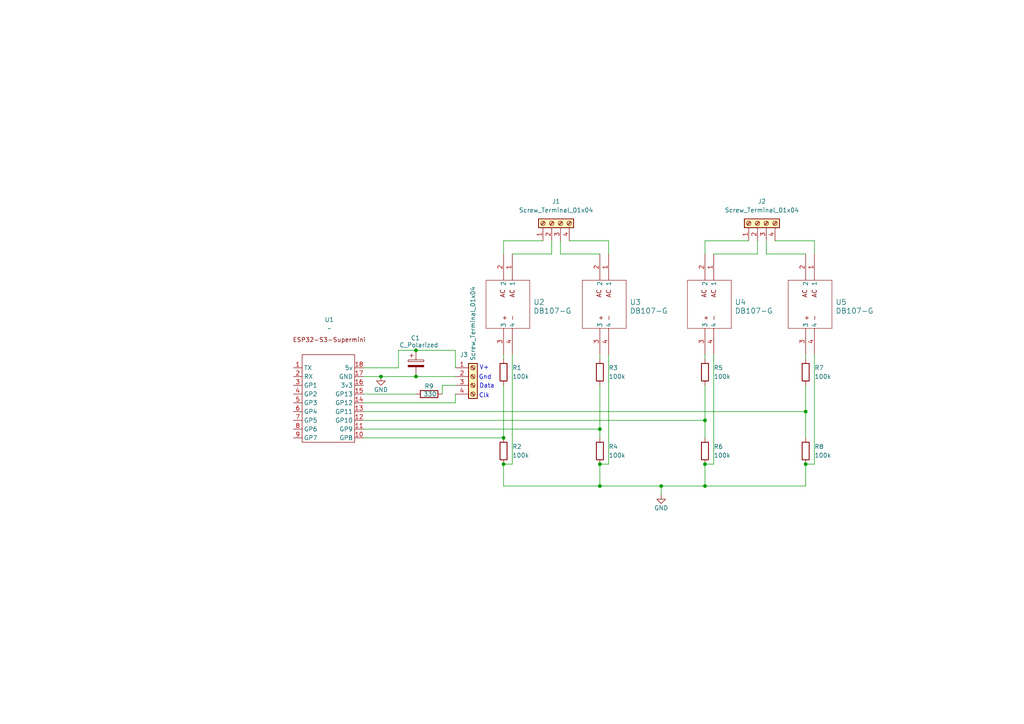
<source format=kicad_sch>
(kicad_sch
	(version 20250114)
	(generator "eeschema")
	(generator_version "9.0")
	(uuid "1eb81a6d-2695-4617-b5e3-651c9c7f0c73")
	(paper "A4")
	(lib_symbols
		(symbol "Connector:Screw_Terminal_01x04"
			(pin_names
				(offset 1.016)
				(hide yes)
			)
			(exclude_from_sim no)
			(in_bom yes)
			(on_board yes)
			(property "Reference" "J"
				(at 0 5.08 0)
				(effects
					(font
						(size 1.27 1.27)
					)
				)
			)
			(property "Value" "Screw_Terminal_01x04"
				(at 0 -7.62 0)
				(effects
					(font
						(size 1.27 1.27)
					)
				)
			)
			(property "Footprint" ""
				(at 0 0 0)
				(effects
					(font
						(size 1.27 1.27)
					)
					(hide yes)
				)
			)
			(property "Datasheet" "~"
				(at 0 0 0)
				(effects
					(font
						(size 1.27 1.27)
					)
					(hide yes)
				)
			)
			(property "Description" "Generic screw terminal, single row, 01x04, script generated (kicad-library-utils/schlib/autogen/connector/)"
				(at 0 0 0)
				(effects
					(font
						(size 1.27 1.27)
					)
					(hide yes)
				)
			)
			(property "ki_keywords" "screw terminal"
				(at 0 0 0)
				(effects
					(font
						(size 1.27 1.27)
					)
					(hide yes)
				)
			)
			(property "ki_fp_filters" "TerminalBlock*:*"
				(at 0 0 0)
				(effects
					(font
						(size 1.27 1.27)
					)
					(hide yes)
				)
			)
			(symbol "Screw_Terminal_01x04_1_1"
				(rectangle
					(start -1.27 3.81)
					(end 1.27 -6.35)
					(stroke
						(width 0.254)
						(type default)
					)
					(fill
						(type background)
					)
				)
				(polyline
					(pts
						(xy -0.5334 2.8702) (xy 0.3302 2.032)
					)
					(stroke
						(width 0.1524)
						(type default)
					)
					(fill
						(type none)
					)
				)
				(polyline
					(pts
						(xy -0.5334 0.3302) (xy 0.3302 -0.508)
					)
					(stroke
						(width 0.1524)
						(type default)
					)
					(fill
						(type none)
					)
				)
				(polyline
					(pts
						(xy -0.5334 -2.2098) (xy 0.3302 -3.048)
					)
					(stroke
						(width 0.1524)
						(type default)
					)
					(fill
						(type none)
					)
				)
				(polyline
					(pts
						(xy -0.5334 -4.7498) (xy 0.3302 -5.588)
					)
					(stroke
						(width 0.1524)
						(type default)
					)
					(fill
						(type none)
					)
				)
				(polyline
					(pts
						(xy -0.3556 3.048) (xy 0.508 2.2098)
					)
					(stroke
						(width 0.1524)
						(type default)
					)
					(fill
						(type none)
					)
				)
				(polyline
					(pts
						(xy -0.3556 0.508) (xy 0.508 -0.3302)
					)
					(stroke
						(width 0.1524)
						(type default)
					)
					(fill
						(type none)
					)
				)
				(polyline
					(pts
						(xy -0.3556 -2.032) (xy 0.508 -2.8702)
					)
					(stroke
						(width 0.1524)
						(type default)
					)
					(fill
						(type none)
					)
				)
				(polyline
					(pts
						(xy -0.3556 -4.572) (xy 0.508 -5.4102)
					)
					(stroke
						(width 0.1524)
						(type default)
					)
					(fill
						(type none)
					)
				)
				(circle
					(center 0 2.54)
					(radius 0.635)
					(stroke
						(width 0.1524)
						(type default)
					)
					(fill
						(type none)
					)
				)
				(circle
					(center 0 0)
					(radius 0.635)
					(stroke
						(width 0.1524)
						(type default)
					)
					(fill
						(type none)
					)
				)
				(circle
					(center 0 -2.54)
					(radius 0.635)
					(stroke
						(width 0.1524)
						(type default)
					)
					(fill
						(type none)
					)
				)
				(circle
					(center 0 -5.08)
					(radius 0.635)
					(stroke
						(width 0.1524)
						(type default)
					)
					(fill
						(type none)
					)
				)
				(pin passive line
					(at -5.08 2.54 0)
					(length 3.81)
					(name "Pin_1"
						(effects
							(font
								(size 1.27 1.27)
							)
						)
					)
					(number "1"
						(effects
							(font
								(size 1.27 1.27)
							)
						)
					)
				)
				(pin passive line
					(at -5.08 0 0)
					(length 3.81)
					(name "Pin_2"
						(effects
							(font
								(size 1.27 1.27)
							)
						)
					)
					(number "2"
						(effects
							(font
								(size 1.27 1.27)
							)
						)
					)
				)
				(pin passive line
					(at -5.08 -2.54 0)
					(length 3.81)
					(name "Pin_3"
						(effects
							(font
								(size 1.27 1.27)
							)
						)
					)
					(number "3"
						(effects
							(font
								(size 1.27 1.27)
							)
						)
					)
				)
				(pin passive line
					(at -5.08 -5.08 0)
					(length 3.81)
					(name "Pin_4"
						(effects
							(font
								(size 1.27 1.27)
							)
						)
					)
					(number "4"
						(effects
							(font
								(size 1.27 1.27)
							)
						)
					)
				)
			)
			(embedded_fonts no)
		)
		(symbol "DB107-G_CIP:DB107-G"
			(pin_names
				(offset 0.254)
			)
			(exclude_from_sim no)
			(in_bom yes)
			(on_board yes)
			(property "Reference" "U"
				(at 14.732 10.16 0)
				(effects
					(font
						(size 1.524 1.524)
					)
				)
			)
			(property "Value" "DB107-G"
				(at 14.732 7.366 0)
				(effects
					(font
						(size 1.524 1.524)
					)
				)
			)
			(property "Footprint" "DB107-G_CIP"
				(at 0 0 0)
				(effects
					(font
						(size 1.27 1.27)
						(italic yes)
					)
					(hide yes)
				)
			)
			(property "Datasheet" "DB107-G"
				(at 0 0 0)
				(effects
					(font
						(size 1.27 1.27)
						(italic yes)
					)
					(hide yes)
				)
			)
			(property "Description" ""
				(at 0 0 0)
				(effects
					(font
						(size 1.27 1.27)
					)
					(hide yes)
				)
			)
			(property "ki_locked" ""
				(at 0 0 0)
				(effects
					(font
						(size 1.27 1.27)
					)
				)
			)
			(property "ki_keywords" "DB107-G"
				(at 0 0 0)
				(effects
					(font
						(size 1.27 1.27)
					)
					(hide yes)
				)
			)
			(property "ki_fp_filters" "DB107-G_CIP"
				(at 0 0 0)
				(effects
					(font
						(size 1.27 1.27)
					)
					(hide yes)
				)
			)
			(symbol "DB107-G_0_1"
				(polyline
					(pts
						(xy 7.62 5.08) (xy 7.62 -7.62)
					)
					(stroke
						(width 0.127)
						(type default)
					)
					(fill
						(type none)
					)
				)
				(polyline
					(pts
						(xy 7.62 -7.62) (xy 21.59 -7.62)
					)
					(stroke
						(width 0.127)
						(type default)
					)
					(fill
						(type none)
					)
				)
				(polyline
					(pts
						(xy 21.59 5.08) (xy 7.62 5.08)
					)
					(stroke
						(width 0.127)
						(type default)
					)
					(fill
						(type none)
					)
				)
				(polyline
					(pts
						(xy 21.59 -7.62) (xy 21.59 5.08)
					)
					(stroke
						(width 0.127)
						(type default)
					)
					(fill
						(type none)
					)
				)
			)
			(symbol "DB107-G_1_1"
				(text "AC"
					(at 11.43 0 0)
					(effects
						(font
							(size 1.27 1.27)
						)
					)
				)
				(text "AC"
					(at 11.43 -2.794 0)
					(effects
						(font
							(size 1.27 1.27)
						)
					)
				)
				(text "-"
					(at 18.542 0 0)
					(effects
						(font
							(size 1.27 1.27)
						)
					)
				)
				(text "+"
					(at 18.542 -2.286 0)
					(effects
						(font
							(size 1.27 1.27)
						)
					)
				)
				(pin bidirectional line
					(at 0 0 0)
					(length 7.62)
					(name "1"
						(effects
							(font
								(size 1.27 1.27)
							)
						)
					)
					(number "1"
						(effects
							(font
								(size 1.27 1.27)
							)
						)
					)
				)
				(pin bidirectional line
					(at 0 -2.54 0)
					(length 7.62)
					(name "2"
						(effects
							(font
								(size 1.27 1.27)
							)
						)
					)
					(number "2"
						(effects
							(font
								(size 1.27 1.27)
							)
						)
					)
				)
				(pin bidirectional line
					(at 29.21 0 180)
					(length 7.62)
					(name "4"
						(effects
							(font
								(size 1.27 1.27)
							)
						)
					)
					(number "4"
						(effects
							(font
								(size 1.27 1.27)
							)
						)
					)
				)
				(pin bidirectional line
					(at 29.21 -2.54 180)
					(length 7.62)
					(name "3"
						(effects
							(font
								(size 1.27 1.27)
							)
						)
					)
					(number "3"
						(effects
							(font
								(size 1.27 1.27)
							)
						)
					)
				)
			)
			(embedded_fonts no)
		)
		(symbol "Device:C_Polarized"
			(pin_numbers
				(hide yes)
			)
			(pin_names
				(offset 0.254)
			)
			(exclude_from_sim no)
			(in_bom yes)
			(on_board yes)
			(property "Reference" "C"
				(at 0.635 2.54 0)
				(effects
					(font
						(size 1.27 1.27)
					)
					(justify left)
				)
			)
			(property "Value" "C_Polarized"
				(at 0.635 -2.54 0)
				(effects
					(font
						(size 1.27 1.27)
					)
					(justify left)
				)
			)
			(property "Footprint" ""
				(at 0.9652 -3.81 0)
				(effects
					(font
						(size 1.27 1.27)
					)
					(hide yes)
				)
			)
			(property "Datasheet" "~"
				(at 0 0 0)
				(effects
					(font
						(size 1.27 1.27)
					)
					(hide yes)
				)
			)
			(property "Description" "Polarized capacitor"
				(at 0 0 0)
				(effects
					(font
						(size 1.27 1.27)
					)
					(hide yes)
				)
			)
			(property "ki_keywords" "cap capacitor"
				(at 0 0 0)
				(effects
					(font
						(size 1.27 1.27)
					)
					(hide yes)
				)
			)
			(property "ki_fp_filters" "CP_*"
				(at 0 0 0)
				(effects
					(font
						(size 1.27 1.27)
					)
					(hide yes)
				)
			)
			(symbol "C_Polarized_0_1"
				(rectangle
					(start -2.286 0.508)
					(end 2.286 1.016)
					(stroke
						(width 0)
						(type default)
					)
					(fill
						(type none)
					)
				)
				(polyline
					(pts
						(xy -1.778 2.286) (xy -0.762 2.286)
					)
					(stroke
						(width 0)
						(type default)
					)
					(fill
						(type none)
					)
				)
				(polyline
					(pts
						(xy -1.27 2.794) (xy -1.27 1.778)
					)
					(stroke
						(width 0)
						(type default)
					)
					(fill
						(type none)
					)
				)
				(rectangle
					(start 2.286 -0.508)
					(end -2.286 -1.016)
					(stroke
						(width 0)
						(type default)
					)
					(fill
						(type outline)
					)
				)
			)
			(symbol "C_Polarized_1_1"
				(pin passive line
					(at 0 3.81 270)
					(length 2.794)
					(name "~"
						(effects
							(font
								(size 1.27 1.27)
							)
						)
					)
					(number "1"
						(effects
							(font
								(size 1.27 1.27)
							)
						)
					)
				)
				(pin passive line
					(at 0 -3.81 90)
					(length 2.794)
					(name "~"
						(effects
							(font
								(size 1.27 1.27)
							)
						)
					)
					(number "2"
						(effects
							(font
								(size 1.27 1.27)
							)
						)
					)
				)
			)
			(embedded_fonts no)
		)
		(symbol "Device:R"
			(pin_numbers
				(hide yes)
			)
			(pin_names
				(offset 0)
			)
			(exclude_from_sim no)
			(in_bom yes)
			(on_board yes)
			(property "Reference" "R"
				(at 2.032 0 90)
				(effects
					(font
						(size 1.27 1.27)
					)
				)
			)
			(property "Value" "R"
				(at 0 0 90)
				(effects
					(font
						(size 1.27 1.27)
					)
				)
			)
			(property "Footprint" ""
				(at -1.778 0 90)
				(effects
					(font
						(size 1.27 1.27)
					)
					(hide yes)
				)
			)
			(property "Datasheet" "~"
				(at 0 0 0)
				(effects
					(font
						(size 1.27 1.27)
					)
					(hide yes)
				)
			)
			(property "Description" "Resistor"
				(at 0 0 0)
				(effects
					(font
						(size 1.27 1.27)
					)
					(hide yes)
				)
			)
			(property "ki_keywords" "R res resistor"
				(at 0 0 0)
				(effects
					(font
						(size 1.27 1.27)
					)
					(hide yes)
				)
			)
			(property "ki_fp_filters" "R_*"
				(at 0 0 0)
				(effects
					(font
						(size 1.27 1.27)
					)
					(hide yes)
				)
			)
			(symbol "R_0_1"
				(rectangle
					(start -1.016 -2.54)
					(end 1.016 2.54)
					(stroke
						(width 0.254)
						(type default)
					)
					(fill
						(type none)
					)
				)
			)
			(symbol "R_1_1"
				(pin passive line
					(at 0 3.81 270)
					(length 1.27)
					(name "~"
						(effects
							(font
								(size 1.27 1.27)
							)
						)
					)
					(number "1"
						(effects
							(font
								(size 1.27 1.27)
							)
						)
					)
				)
				(pin passive line
					(at 0 -3.81 90)
					(length 1.27)
					(name "~"
						(effects
							(font
								(size 1.27 1.27)
							)
						)
					)
					(number "2"
						(effects
							(font
								(size 1.27 1.27)
							)
						)
					)
				)
			)
			(embedded_fonts no)
		)
		(symbol "esp32-s3-supermini:esp32-s3-supermini"
			(exclude_from_sim no)
			(in_bom yes)
			(on_board yes)
			(property "Reference" "U"
				(at -10.16 19.05 0)
				(effects
					(font
						(size 1.27 1.27)
					)
				)
			)
			(property "Value" ""
				(at 0 0 0)
				(effects
					(font
						(size 1.27 1.27)
					)
				)
			)
			(property "Footprint" ""
				(at 0 0 0)
				(effects
					(font
						(size 1.27 1.27)
					)
					(hide yes)
				)
			)
			(property "Datasheet" ""
				(at 0 0 0)
				(effects
					(font
						(size 1.27 1.27)
					)
					(hide yes)
				)
			)
			(property "Description" ""
				(at 0 0 0)
				(effects
					(font
						(size 1.27 1.27)
					)
					(hide yes)
				)
			)
			(symbol "esp32-s3-supermini_0_1"
				(rectangle
					(start -17.78 17.78)
					(end -2.54 -7.62)
					(stroke
						(width 0)
						(type default)
					)
					(fill
						(type none)
					)
				)
			)
			(symbol "esp32-s3-supermini_1_1"
				(text "ESP32-S3-Supermini"
					(at -9.906 22.098 0)
					(effects
						(font
							(size 1.27 1.27)
						)
					)
				)
				(pin bidirectional line
					(at -20.32 13.97 0)
					(length 2.54)
					(name "TX"
						(effects
							(font
								(size 1.27 1.27)
							)
						)
					)
					(number "1"
						(effects
							(font
								(size 1.27 1.27)
							)
						)
					)
				)
				(pin bidirectional line
					(at -20.32 11.43 0)
					(length 2.54)
					(name "RX"
						(effects
							(font
								(size 1.27 1.27)
							)
						)
					)
					(number "2"
						(effects
							(font
								(size 1.27 1.27)
							)
						)
					)
				)
				(pin bidirectional line
					(at -20.32 8.89 0)
					(length 2.54)
					(name "GP1"
						(effects
							(font
								(size 1.27 1.27)
							)
						)
					)
					(number "3"
						(effects
							(font
								(size 1.27 1.27)
							)
						)
					)
				)
				(pin bidirectional line
					(at -20.32 6.35 0)
					(length 2.54)
					(name "GP2"
						(effects
							(font
								(size 1.27 1.27)
							)
						)
					)
					(number "4"
						(effects
							(font
								(size 1.27 1.27)
							)
						)
					)
				)
				(pin bidirectional line
					(at -20.32 3.81 0)
					(length 2.54)
					(name "GP3"
						(effects
							(font
								(size 1.27 1.27)
							)
						)
					)
					(number "5"
						(effects
							(font
								(size 1.27 1.27)
							)
						)
					)
				)
				(pin bidirectional line
					(at -20.32 1.27 0)
					(length 2.54)
					(name "GP4"
						(effects
							(font
								(size 1.27 1.27)
							)
						)
					)
					(number "6"
						(effects
							(font
								(size 1.27 1.27)
							)
						)
					)
				)
				(pin bidirectional line
					(at -20.32 -1.27 0)
					(length 2.54)
					(name "GP5"
						(effects
							(font
								(size 1.27 1.27)
							)
						)
					)
					(number "7"
						(effects
							(font
								(size 1.27 1.27)
							)
						)
					)
				)
				(pin bidirectional line
					(at -20.32 -3.81 0)
					(length 2.54)
					(name "GP6"
						(effects
							(font
								(size 1.27 1.27)
							)
						)
					)
					(number "8"
						(effects
							(font
								(size 1.27 1.27)
							)
						)
					)
				)
				(pin bidirectional line
					(at -20.32 -6.35 0)
					(length 2.54)
					(name "GP7"
						(effects
							(font
								(size 1.27 1.27)
							)
						)
					)
					(number "9"
						(effects
							(font
								(size 1.27 1.27)
							)
						)
					)
				)
				(pin input line
					(at 0 13.97 180)
					(length 2.54)
					(name "5v"
						(effects
							(font
								(size 1.27 1.27)
							)
						)
					)
					(number "18"
						(effects
							(font
								(size 1.27 1.27)
							)
						)
					)
				)
				(pin input line
					(at 0 11.43 180)
					(length 2.54)
					(name "GND"
						(effects
							(font
								(size 1.27 1.27)
							)
						)
					)
					(number "17"
						(effects
							(font
								(size 1.27 1.27)
							)
						)
					)
				)
				(pin output line
					(at 0 8.89 180)
					(length 2.54)
					(name "3v3"
						(effects
							(font
								(size 1.27 1.27)
							)
						)
					)
					(number "16"
						(effects
							(font
								(size 1.27 1.27)
							)
						)
					)
				)
				(pin bidirectional line
					(at 0 6.35 180)
					(length 2.54)
					(name "GP13"
						(effects
							(font
								(size 1.27 1.27)
							)
						)
					)
					(number "15"
						(effects
							(font
								(size 1.27 1.27)
							)
						)
					)
				)
				(pin bidirectional line
					(at 0 3.81 180)
					(length 2.54)
					(name "GP12"
						(effects
							(font
								(size 1.27 1.27)
							)
						)
					)
					(number "14"
						(effects
							(font
								(size 1.27 1.27)
							)
						)
					)
				)
				(pin bidirectional line
					(at 0 1.27 180)
					(length 2.54)
					(name "GP11"
						(effects
							(font
								(size 1.27 1.27)
							)
						)
					)
					(number "13"
						(effects
							(font
								(size 1.27 1.27)
							)
						)
					)
				)
				(pin bidirectional line
					(at 0 -1.27 180)
					(length 2.54)
					(name "GP10"
						(effects
							(font
								(size 1.27 1.27)
							)
						)
					)
					(number "12"
						(effects
							(font
								(size 1.27 1.27)
							)
						)
					)
				)
				(pin bidirectional line
					(at 0 -3.81 180)
					(length 2.54)
					(name "GP9"
						(effects
							(font
								(size 1.27 1.27)
							)
						)
					)
					(number "11"
						(effects
							(font
								(size 1.27 1.27)
							)
						)
					)
				)
				(pin bidirectional line
					(at 0 -6.35 180)
					(length 2.54)
					(name "GP8"
						(effects
							(font
								(size 1.27 1.27)
							)
						)
					)
					(number "10"
						(effects
							(font
								(size 1.27 1.27)
							)
						)
					)
				)
			)
			(embedded_fonts no)
		)
		(symbol "power:GND"
			(power)
			(pin_numbers
				(hide yes)
			)
			(pin_names
				(offset 0)
				(hide yes)
			)
			(exclude_from_sim no)
			(in_bom yes)
			(on_board yes)
			(property "Reference" "#PWR"
				(at 0 -6.35 0)
				(effects
					(font
						(size 1.27 1.27)
					)
					(hide yes)
				)
			)
			(property "Value" "GND"
				(at 0 -3.81 0)
				(effects
					(font
						(size 1.27 1.27)
					)
				)
			)
			(property "Footprint" ""
				(at 0 0 0)
				(effects
					(font
						(size 1.27 1.27)
					)
					(hide yes)
				)
			)
			(property "Datasheet" ""
				(at 0 0 0)
				(effects
					(font
						(size 1.27 1.27)
					)
					(hide yes)
				)
			)
			(property "Description" "Power symbol creates a global label with name \"GND\" , ground"
				(at 0 0 0)
				(effects
					(font
						(size 1.27 1.27)
					)
					(hide yes)
				)
			)
			(property "ki_keywords" "global power"
				(at 0 0 0)
				(effects
					(font
						(size 1.27 1.27)
					)
					(hide yes)
				)
			)
			(symbol "GND_0_1"
				(polyline
					(pts
						(xy 0 0) (xy 0 -1.27) (xy 1.27 -1.27) (xy 0 -2.54) (xy -1.27 -1.27) (xy 0 -1.27)
					)
					(stroke
						(width 0)
						(type default)
					)
					(fill
						(type none)
					)
				)
			)
			(symbol "GND_1_1"
				(pin power_in line
					(at 0 0 270)
					(length 0)
					(name "~"
						(effects
							(font
								(size 1.27 1.27)
							)
						)
					)
					(number "1"
						(effects
							(font
								(size 1.27 1.27)
							)
						)
					)
				)
			)
			(embedded_fonts no)
		)
	)
	(text "Data"
		(exclude_from_sim no)
		(at 141.224 112.014 0)
		(effects
			(font
				(size 1.27 1.27)
			)
		)
		(uuid "077dcd3b-643b-419d-b366-853a984ec326")
	)
	(text "V+"
		(exclude_from_sim no)
		(at 140.462 106.68 0)
		(effects
			(font
				(size 1.27 1.27)
			)
		)
		(uuid "577e44e8-6a16-4f4c-ab35-ef5f17d103d7")
	)
	(text "Clk"
		(exclude_from_sim no)
		(at 140.462 114.808 0)
		(effects
			(font
				(size 1.27 1.27)
			)
		)
		(uuid "5c8b86ec-bd62-47ef-bcc4-e1497ba06939")
	)
	(text "Gnd"
		(exclude_from_sim no)
		(at 140.716 109.474 0)
		(effects
			(font
				(size 1.27 1.27)
			)
		)
		(uuid "e16ee146-23da-4d52-80d5-403d017771cf")
	)
	(junction
		(at 204.47 140.97)
		(diameter 0)
		(color 0 0 0 0)
		(uuid "05213418-1a10-4ffb-ba33-ee5c78de2b16")
	)
	(junction
		(at 110.49 109.22)
		(diameter 0)
		(color 0 0 0 0)
		(uuid "2fe7adb5-37e0-4379-829d-037338233a83")
	)
	(junction
		(at 146.05 127)
		(diameter 0)
		(color 0 0 0 0)
		(uuid "31b4c380-ea83-4318-ae8c-f802554693f4")
	)
	(junction
		(at 120.65 109.22)
		(diameter 0)
		(color 0 0 0 0)
		(uuid "382dc2a4-ce4a-4f91-903f-eafcae097a5d")
	)
	(junction
		(at 204.47 121.92)
		(diameter 0)
		(color 0 0 0 0)
		(uuid "4d2f09e6-2abf-464e-87cf-2932e112761d")
	)
	(junction
		(at 173.99 140.97)
		(diameter 0)
		(color 0 0 0 0)
		(uuid "4d8473d5-6e9b-41cc-b7f6-a8cd1fdb00a6")
	)
	(junction
		(at 173.99 134.62)
		(diameter 0)
		(color 0 0 0 0)
		(uuid "58e0e9a7-e85b-44f9-9b34-8e89ec660f1d")
	)
	(junction
		(at 191.77 140.97)
		(diameter 0)
		(color 0 0 0 0)
		(uuid "5a24a9c3-4713-48b0-b296-b6cb5d34a3ee")
	)
	(junction
		(at 233.68 134.62)
		(diameter 0)
		(color 0 0 0 0)
		(uuid "7d0c5da9-4872-4fa5-aef2-ef7e1e9d380e")
	)
	(junction
		(at 233.68 119.38)
		(diameter 0)
		(color 0 0 0 0)
		(uuid "8caff37f-647f-40bd-9c6a-26e6d793e0f4")
	)
	(junction
		(at 204.47 134.62)
		(diameter 0)
		(color 0 0 0 0)
		(uuid "c838c0bf-913e-49d3-8ca2-a914189e1d0b")
	)
	(junction
		(at 120.65 101.6)
		(diameter 0)
		(color 0 0 0 0)
		(uuid "caec3a60-604f-4d34-b1c3-bfe04b494079")
	)
	(junction
		(at 173.99 124.46)
		(diameter 0)
		(color 0 0 0 0)
		(uuid "e05b3289-0015-44d4-ad14-c0c40f314b8c")
	)
	(junction
		(at 146.05 134.62)
		(diameter 0)
		(color 0 0 0 0)
		(uuid "f11f5597-8ee7-49ae-9414-c4973a751df8")
	)
	(wire
		(pts
			(xy 105.41 127) (xy 146.05 127)
		)
		(stroke
			(width 0)
			(type default)
		)
		(uuid "099f4af3-8a82-4c31-ad77-135dbdf66fe5")
	)
	(wire
		(pts
			(xy 191.77 140.97) (xy 204.47 140.97)
		)
		(stroke
			(width 0)
			(type default)
		)
		(uuid "10caca68-617f-423d-90c6-9fd3be143d39")
	)
	(wire
		(pts
			(xy 173.99 73.66) (xy 162.56 73.66)
		)
		(stroke
			(width 0)
			(type default)
		)
		(uuid "199c5acb-013d-42eb-926b-6d7b4c2975a1")
	)
	(wire
		(pts
			(xy 233.68 111.76) (xy 233.68 119.38)
		)
		(stroke
			(width 0)
			(type default)
		)
		(uuid "1c3397d7-b114-439c-beea-5e0c698cff21")
	)
	(wire
		(pts
			(xy 222.25 73.66) (xy 222.25 69.85)
		)
		(stroke
			(width 0)
			(type default)
		)
		(uuid "1c52071c-2724-4fc6-9e22-b99c3933698c")
	)
	(wire
		(pts
			(xy 148.59 73.66) (xy 160.02 73.66)
		)
		(stroke
			(width 0)
			(type default)
		)
		(uuid "1f9de7b9-07b3-4533-9150-81ab842b5bf5")
	)
	(wire
		(pts
			(xy 173.99 134.62) (xy 173.99 140.97)
		)
		(stroke
			(width 0)
			(type default)
		)
		(uuid "215b72e4-48e5-4f25-abfb-5877f363aa57")
	)
	(wire
		(pts
			(xy 146.05 102.87) (xy 146.05 104.14)
		)
		(stroke
			(width 0)
			(type default)
		)
		(uuid "30090bb4-bbdd-4494-b9fc-823fdc65e71f")
	)
	(wire
		(pts
			(xy 204.47 111.76) (xy 204.47 121.92)
		)
		(stroke
			(width 0)
			(type default)
		)
		(uuid "3255a066-74bf-4e46-8bd4-2827e04d225b")
	)
	(wire
		(pts
			(xy 173.99 134.62) (xy 176.53 134.62)
		)
		(stroke
			(width 0)
			(type default)
		)
		(uuid "331950c0-9ef3-4f67-882e-42df1d9a6026")
	)
	(wire
		(pts
			(xy 233.68 134.62) (xy 236.22 134.62)
		)
		(stroke
			(width 0)
			(type default)
		)
		(uuid "3f6c2f67-8ffc-480a-968b-8403db4bf348")
	)
	(wire
		(pts
			(xy 105.41 119.38) (xy 233.68 119.38)
		)
		(stroke
			(width 0)
			(type default)
		)
		(uuid "40848f04-3667-43c7-a71a-2dcdd0a5e194")
	)
	(wire
		(pts
			(xy 132.08 116.84) (xy 132.08 114.3)
		)
		(stroke
			(width 0)
			(type default)
		)
		(uuid "43c35f93-36a7-4d09-94ee-53db46134a39")
	)
	(wire
		(pts
			(xy 115.57 106.68) (xy 115.57 101.6)
		)
		(stroke
			(width 0)
			(type default)
		)
		(uuid "4698aff5-2e63-4a5a-aad6-d13e4ac3bad6")
	)
	(wire
		(pts
			(xy 162.56 73.66) (xy 162.56 69.85)
		)
		(stroke
			(width 0)
			(type default)
		)
		(uuid "4709197a-e746-469f-859f-bf4c9bfbe75b")
	)
	(wire
		(pts
			(xy 148.59 102.87) (xy 148.59 134.62)
		)
		(stroke
			(width 0)
			(type default)
		)
		(uuid "47fd3d36-552b-4f50-9ebd-3b736d7a32a3")
	)
	(wire
		(pts
			(xy 204.47 134.62) (xy 204.47 140.97)
		)
		(stroke
			(width 0)
			(type default)
		)
		(uuid "56f78936-fde6-48c9-a91a-778e0f56d1c1")
	)
	(wire
		(pts
			(xy 128.27 111.76) (xy 132.08 111.76)
		)
		(stroke
			(width 0)
			(type default)
		)
		(uuid "5781426e-345f-48eb-a431-60af80ba12ef")
	)
	(wire
		(pts
			(xy 173.99 111.76) (xy 173.99 124.46)
		)
		(stroke
			(width 0)
			(type default)
		)
		(uuid "5bae7c46-9a70-4696-9ea9-231201a04d1e")
	)
	(wire
		(pts
			(xy 120.65 101.6) (xy 132.08 101.6)
		)
		(stroke
			(width 0)
			(type default)
		)
		(uuid "5d4ac72f-f4aa-4d8f-9241-e7cef1afeb7d")
	)
	(wire
		(pts
			(xy 160.02 73.66) (xy 160.02 69.85)
		)
		(stroke
			(width 0)
			(type default)
		)
		(uuid "5e5e4662-438f-4cfb-a301-c6b2ba0be165")
	)
	(wire
		(pts
			(xy 146.05 73.66) (xy 146.05 69.85)
		)
		(stroke
			(width 0)
			(type default)
		)
		(uuid "608355bf-4cfc-4eec-9fb3-c8a1dcaa7c90")
	)
	(wire
		(pts
			(xy 146.05 69.85) (xy 157.48 69.85)
		)
		(stroke
			(width 0)
			(type default)
		)
		(uuid "63911225-d166-42c8-94c0-fde798f3f5ae")
	)
	(wire
		(pts
			(xy 219.71 73.66) (xy 219.71 69.85)
		)
		(stroke
			(width 0)
			(type default)
		)
		(uuid "655e0af6-c730-4f56-81ed-ce6b34f17cf9")
	)
	(wire
		(pts
			(xy 204.47 121.92) (xy 204.47 127)
		)
		(stroke
			(width 0)
			(type default)
		)
		(uuid "6684301a-b9cf-4bc6-9517-95d5cdbe84d8")
	)
	(wire
		(pts
			(xy 128.27 114.3) (xy 128.27 111.76)
		)
		(stroke
			(width 0)
			(type default)
		)
		(uuid "67b20831-5005-4d12-beba-dc49715755b8")
	)
	(wire
		(pts
			(xy 105.41 114.3) (xy 120.65 114.3)
		)
		(stroke
			(width 0)
			(type default)
		)
		(uuid "68cb4a8c-c021-4473-b15c-46cf34dcf2eb")
	)
	(wire
		(pts
			(xy 176.53 73.66) (xy 176.53 69.85)
		)
		(stroke
			(width 0)
			(type default)
		)
		(uuid "6e0dbe3a-5c00-417b-a242-2a9ca68ee6ee")
	)
	(wire
		(pts
			(xy 105.41 109.22) (xy 110.49 109.22)
		)
		(stroke
			(width 0)
			(type default)
		)
		(uuid "6e1fff57-8dc8-45c0-a6d6-9729ead5a5da")
	)
	(wire
		(pts
			(xy 233.68 119.38) (xy 233.68 127)
		)
		(stroke
			(width 0)
			(type default)
		)
		(uuid "6e98f6a2-1ef5-4a12-8470-5617b02fa9cb")
	)
	(wire
		(pts
			(xy 204.47 134.62) (xy 207.01 134.62)
		)
		(stroke
			(width 0)
			(type default)
		)
		(uuid "72789e7f-d458-4b12-bf16-a8fb25f69313")
	)
	(wire
		(pts
			(xy 204.47 140.97) (xy 233.68 140.97)
		)
		(stroke
			(width 0)
			(type default)
		)
		(uuid "74e2469b-c0c3-4f67-b378-911239814e22")
	)
	(wire
		(pts
			(xy 233.68 140.97) (xy 233.68 134.62)
		)
		(stroke
			(width 0)
			(type default)
		)
		(uuid "780518ae-a81e-4790-8f3c-55fc1257cbb2")
	)
	(wire
		(pts
			(xy 115.57 101.6) (xy 120.65 101.6)
		)
		(stroke
			(width 0)
			(type default)
		)
		(uuid "7877c350-71ab-482d-8703-58c171abd435")
	)
	(wire
		(pts
			(xy 105.41 106.68) (xy 115.57 106.68)
		)
		(stroke
			(width 0)
			(type default)
		)
		(uuid "7bc7ee79-fffb-4679-9966-79f829defa6a")
	)
	(wire
		(pts
			(xy 120.65 109.22) (xy 132.08 109.22)
		)
		(stroke
			(width 0)
			(type default)
		)
		(uuid "7e812aac-d36f-4325-a281-632cea865012")
	)
	(wire
		(pts
			(xy 105.41 124.46) (xy 173.99 124.46)
		)
		(stroke
			(width 0)
			(type default)
		)
		(uuid "8e41647e-b43a-4a3f-adf5-f851f7c8d533")
	)
	(wire
		(pts
			(xy 204.47 102.87) (xy 204.47 104.14)
		)
		(stroke
			(width 0)
			(type default)
		)
		(uuid "91443ee7-d850-4288-98c4-0bdc346bb273")
	)
	(wire
		(pts
			(xy 233.68 102.87) (xy 233.68 104.14)
		)
		(stroke
			(width 0)
			(type default)
		)
		(uuid "952d9c54-f37e-43ad-b2e1-03f3d89c5f79")
	)
	(wire
		(pts
			(xy 191.77 140.97) (xy 191.77 143.51)
		)
		(stroke
			(width 0)
			(type default)
		)
		(uuid "977f6e7f-74d2-4309-b0fb-b373efbd1476")
	)
	(wire
		(pts
			(xy 146.05 134.62) (xy 148.59 134.62)
		)
		(stroke
			(width 0)
			(type default)
		)
		(uuid "987f5ae1-762d-41ef-a04e-c59a77c38e40")
	)
	(wire
		(pts
			(xy 146.05 140.97) (xy 173.99 140.97)
		)
		(stroke
			(width 0)
			(type default)
		)
		(uuid "9a3f66ef-13df-4148-9cb2-89b2d6b40e58")
	)
	(wire
		(pts
			(xy 236.22 73.66) (xy 236.22 69.85)
		)
		(stroke
			(width 0)
			(type default)
		)
		(uuid "9e5d1f66-00aa-479a-8718-bfe747dafa13")
	)
	(wire
		(pts
			(xy 236.22 69.85) (xy 224.79 69.85)
		)
		(stroke
			(width 0)
			(type default)
		)
		(uuid "a06a8593-5513-4d30-8bae-528515ea8193")
	)
	(wire
		(pts
			(xy 132.08 101.6) (xy 132.08 106.68)
		)
		(stroke
			(width 0)
			(type default)
		)
		(uuid "ad96d1e7-e7e2-403b-962b-64373a56fc46")
	)
	(wire
		(pts
			(xy 176.53 102.87) (xy 176.53 134.62)
		)
		(stroke
			(width 0)
			(type default)
		)
		(uuid "b0426805-2224-4f2d-808a-a8b43b4b3ef1")
	)
	(wire
		(pts
			(xy 105.41 116.84) (xy 132.08 116.84)
		)
		(stroke
			(width 0)
			(type default)
		)
		(uuid "b32467fb-77bb-4237-aa3c-a3ca3738dbb4")
	)
	(wire
		(pts
			(xy 146.05 134.62) (xy 146.05 140.97)
		)
		(stroke
			(width 0)
			(type default)
		)
		(uuid "b41844ac-f900-45c4-9341-58fbdffe84c6")
	)
	(wire
		(pts
			(xy 173.99 102.87) (xy 173.99 104.14)
		)
		(stroke
			(width 0)
			(type default)
		)
		(uuid "bab850a2-aebd-4e97-8b88-24e6633a1a81")
	)
	(wire
		(pts
			(xy 110.49 109.22) (xy 120.65 109.22)
		)
		(stroke
			(width 0)
			(type default)
		)
		(uuid "bc02373a-4004-4b66-81e6-2e512cc80d4a")
	)
	(wire
		(pts
			(xy 204.47 73.66) (xy 204.47 69.85)
		)
		(stroke
			(width 0)
			(type default)
		)
		(uuid "bcb43462-83d9-4142-bc75-389344aa2cf8")
	)
	(wire
		(pts
			(xy 207.01 73.66) (xy 219.71 73.66)
		)
		(stroke
			(width 0)
			(type default)
		)
		(uuid "be8e019e-a18f-4247-b6d3-78a51f28b558")
	)
	(wire
		(pts
			(xy 173.99 140.97) (xy 191.77 140.97)
		)
		(stroke
			(width 0)
			(type default)
		)
		(uuid "c735a17b-c3f6-4021-8210-5319c81615e9")
	)
	(wire
		(pts
			(xy 207.01 102.87) (xy 207.01 134.62)
		)
		(stroke
			(width 0)
			(type default)
		)
		(uuid "d28dce16-cd70-4599-a62a-0e44864c4568")
	)
	(wire
		(pts
			(xy 236.22 102.87) (xy 236.22 134.62)
		)
		(stroke
			(width 0)
			(type default)
		)
		(uuid "d38027c8-ce51-4a59-810b-1e943c7862bc")
	)
	(wire
		(pts
			(xy 204.47 69.85) (xy 217.17 69.85)
		)
		(stroke
			(width 0)
			(type default)
		)
		(uuid "d50990db-acc5-40ca-aa36-22149d04366d")
	)
	(wire
		(pts
			(xy 176.53 69.85) (xy 165.1 69.85)
		)
		(stroke
			(width 0)
			(type default)
		)
		(uuid "d6d63372-0f99-4554-8881-f6d8c1e0d44d")
	)
	(wire
		(pts
			(xy 105.41 121.92) (xy 204.47 121.92)
		)
		(stroke
			(width 0)
			(type default)
		)
		(uuid "d859c4ad-2594-4ed6-a9f3-527d6c36866e")
	)
	(wire
		(pts
			(xy 146.05 111.76) (xy 146.05 127)
		)
		(stroke
			(width 0)
			(type default)
		)
		(uuid "d8de30d4-a9b0-4842-ba51-664a48d20fef")
	)
	(wire
		(pts
			(xy 173.99 124.46) (xy 173.99 127)
		)
		(stroke
			(width 0)
			(type default)
		)
		(uuid "eaea3f6a-ba41-4302-b761-ba4b51dc5773")
	)
	(wire
		(pts
			(xy 233.68 73.66) (xy 222.25 73.66)
		)
		(stroke
			(width 0)
			(type default)
		)
		(uuid "fdd4064e-9d2b-4650-9c0a-61ae4707294a")
	)
	(symbol
		(lib_id "Device:R")
		(at 173.99 107.95 0)
		(unit 1)
		(exclude_from_sim no)
		(in_bom yes)
		(on_board yes)
		(dnp no)
		(fields_autoplaced yes)
		(uuid "0a768595-91c3-4035-afa3-8662d73b6082")
		(property "Reference" "R3"
			(at 176.53 106.6799 0)
			(effects
				(font
					(size 1.27 1.27)
				)
				(justify left)
			)
		)
		(property "Value" "100k"
			(at 176.53 109.2199 0)
			(effects
				(font
					(size 1.27 1.27)
				)
				(justify left)
			)
		)
		(property "Footprint" ""
			(at 172.212 107.95 90)
			(effects
				(font
					(size 1.27 1.27)
				)
				(hide yes)
			)
		)
		(property "Datasheet" "~"
			(at 173.99 107.95 0)
			(effects
				(font
					(size 1.27 1.27)
				)
				(hide yes)
			)
		)
		(property "Description" "Resistor"
			(at 173.99 107.95 0)
			(effects
				(font
					(size 1.27 1.27)
				)
				(hide yes)
			)
		)
		(pin "2"
			(uuid "9cc82d4c-0eb8-4a49-8df1-7847b603a915")
		)
		(pin "1"
			(uuid "50737483-9d32-4eb8-9546-32f1232397e7")
		)
		(instances
			(project "TaikoPcb"
				(path "/1eb81a6d-2695-4617-b5e3-651c9c7f0c73"
					(reference "R3")
					(unit 1)
				)
			)
		)
	)
	(symbol
		(lib_id "Device:R")
		(at 233.68 107.95 0)
		(unit 1)
		(exclude_from_sim no)
		(in_bom yes)
		(on_board yes)
		(dnp no)
		(fields_autoplaced yes)
		(uuid "4004a7d0-757a-42d3-948a-b5aecf5d8f13")
		(property "Reference" "R7"
			(at 236.22 106.6799 0)
			(effects
				(font
					(size 1.27 1.27)
				)
				(justify left)
			)
		)
		(property "Value" "100k"
			(at 236.22 109.2199 0)
			(effects
				(font
					(size 1.27 1.27)
				)
				(justify left)
			)
		)
		(property "Footprint" ""
			(at 231.902 107.95 90)
			(effects
				(font
					(size 1.27 1.27)
				)
				(hide yes)
			)
		)
		(property "Datasheet" "~"
			(at 233.68 107.95 0)
			(effects
				(font
					(size 1.27 1.27)
				)
				(hide yes)
			)
		)
		(property "Description" "Resistor"
			(at 233.68 107.95 0)
			(effects
				(font
					(size 1.27 1.27)
				)
				(hide yes)
			)
		)
		(pin "2"
			(uuid "5c7f4613-d9f2-4759-8a82-134f85dea0f5")
		)
		(pin "1"
			(uuid "e574109b-f16b-4e50-84c6-fb6d01d45639")
		)
		(instances
			(project "TaikoPcb"
				(path "/1eb81a6d-2695-4617-b5e3-651c9c7f0c73"
					(reference "R7")
					(unit 1)
				)
			)
		)
	)
	(symbol
		(lib_id "DB107-G_CIP:DB107-G")
		(at 176.53 73.66 270)
		(unit 1)
		(exclude_from_sim no)
		(in_bom yes)
		(on_board yes)
		(dnp no)
		(uuid "47204133-7fb3-41c9-be66-2c27cbda1fdd")
		(property "Reference" "U3"
			(at 182.626 87.63 90)
			(effects
				(font
					(size 1.524 1.524)
				)
				(justify left)
			)
		)
		(property "Value" "DB107-G"
			(at 182.626 90.17 90)
			(effects
				(font
					(size 1.524 1.524)
				)
				(justify left)
			)
		)
		(property "Footprint" "DB107-G_CIP"
			(at 176.53 73.66 0)
			(effects
				(font
					(size 1.27 1.27)
					(italic yes)
				)
				(hide yes)
			)
		)
		(property "Datasheet" "DB107-G"
			(at 176.53 73.66 0)
			(effects
				(font
					(size 1.27 1.27)
					(italic yes)
				)
				(hide yes)
			)
		)
		(property "Description" ""
			(at 176.53 73.66 0)
			(effects
				(font
					(size 1.27 1.27)
				)
				(hide yes)
			)
		)
		(pin "4"
			(uuid "99275c0c-d8c8-4569-a2ae-d3d2a4740070")
		)
		(pin "3"
			(uuid "07e0b285-bfec-4645-af9a-bb873e5a26aa")
		)
		(pin "1"
			(uuid "2783fcaf-5eeb-483b-8f07-33fb9a62b6bd")
		)
		(pin "2"
			(uuid "3555fdae-f1e4-4f17-bda3-071e0d82af35")
		)
		(instances
			(project "TaikoPcb"
				(path "/1eb81a6d-2695-4617-b5e3-651c9c7f0c73"
					(reference "U3")
					(unit 1)
				)
			)
		)
	)
	(symbol
		(lib_id "Connector:Screw_Terminal_01x04")
		(at 160.02 64.77 90)
		(unit 1)
		(exclude_from_sim no)
		(in_bom yes)
		(on_board yes)
		(dnp no)
		(fields_autoplaced yes)
		(uuid "4e241051-aa07-416a-bdd7-1fc701b1b989")
		(property "Reference" "J1"
			(at 161.29 58.42 90)
			(effects
				(font
					(size 1.27 1.27)
				)
			)
		)
		(property "Value" "Screw_Terminal_01x04"
			(at 161.29 60.96 90)
			(effects
				(font
					(size 1.27 1.27)
				)
			)
		)
		(property "Footprint" "TerminalBlock:TerminalBlock_Xinya_XY308-2.54-4P_1x04_P2.54mm_Horizontal"
			(at 160.02 64.77 0)
			(effects
				(font
					(size 1.27 1.27)
				)
				(hide yes)
			)
		)
		(property "Datasheet" "~"
			(at 160.02 64.77 0)
			(effects
				(font
					(size 1.27 1.27)
				)
				(hide yes)
			)
		)
		(property "Description" "Generic screw terminal, single row, 01x04, script generated (kicad-library-utils/schlib/autogen/connector/)"
			(at 160.02 64.77 0)
			(effects
				(font
					(size 1.27 1.27)
				)
				(hide yes)
			)
		)
		(pin "2"
			(uuid "6150bf6c-9378-4dd5-94e8-02beed1407a1")
		)
		(pin "1"
			(uuid "96f8bf78-0d07-4e55-b7da-9966ff81f14a")
		)
		(pin "3"
			(uuid "8fc68f0e-671d-4fd2-922a-d31ff83dceef")
		)
		(pin "4"
			(uuid "54b09b66-9bed-4ad9-a931-c6ace26f6526")
		)
		(instances
			(project ""
				(path "/1eb81a6d-2695-4617-b5e3-651c9c7f0c73"
					(reference "J1")
					(unit 1)
				)
			)
		)
	)
	(symbol
		(lib_id "esp32-s3-supermini:esp32-s3-supermini")
		(at 105.41 120.65 0)
		(unit 1)
		(exclude_from_sim no)
		(in_bom yes)
		(on_board yes)
		(dnp no)
		(fields_autoplaced yes)
		(uuid "63018721-b44f-4ba9-8f1e-9f2435057fc1")
		(property "Reference" "U1"
			(at 95.504 92.71 0)
			(effects
				(font
					(size 1.27 1.27)
				)
			)
		)
		(property "Value" "~"
			(at 95.504 95.25 0)
			(effects
				(font
					(size 1.27 1.27)
				)
			)
		)
		(property "Footprint" ""
			(at 105.41 120.65 0)
			(effects
				(font
					(size 1.27 1.27)
				)
				(hide yes)
			)
		)
		(property "Datasheet" ""
			(at 105.41 120.65 0)
			(effects
				(font
					(size 1.27 1.27)
				)
				(hide yes)
			)
		)
		(property "Description" ""
			(at 105.41 120.65 0)
			(effects
				(font
					(size 1.27 1.27)
				)
				(hide yes)
			)
		)
		(pin "5"
			(uuid "e4f481fc-2e21-4cf8-a4e9-0b6dfef9f3ae")
		)
		(pin "6"
			(uuid "e4a04ee0-be73-464c-a1a2-df4b6a057f5a")
		)
		(pin "9"
			(uuid "49d8ad4e-0e18-4428-b8aa-b726c26f3b81")
		)
		(pin "7"
			(uuid "139c1530-1f6e-45b8-acc0-0bf43cff5db3")
		)
		(pin "13"
			(uuid "ffcc63c7-4654-4ede-82a9-4cd41cce2de6")
		)
		(pin "1"
			(uuid "e387a5b0-4d68-4ffd-99f3-50c10dc3ca64")
		)
		(pin "2"
			(uuid "4dabe15b-cde1-4160-a074-88d071769d30")
		)
		(pin "4"
			(uuid "c1b167e9-492f-4411-ac33-ace641d104f4")
		)
		(pin "18"
			(uuid "c5d18f87-3df1-4e95-bc32-84ee8397b6d3")
		)
		(pin "8"
			(uuid "fc54a01b-832a-489b-a3a9-706afebb7ce2")
		)
		(pin "12"
			(uuid "511ad758-5572-44e8-8995-4ed169f24550")
		)
		(pin "10"
			(uuid "502f40eb-67e5-4236-bc11-33ce97559210")
		)
		(pin "14"
			(uuid "2eb4499a-1f53-4b2d-85c2-00df00ae55be")
		)
		(pin "16"
			(uuid "fa6c5895-1496-426b-b465-a77ca9cf1a0b")
		)
		(pin "15"
			(uuid "9a53a63f-1b78-423e-b15b-e3bba7fdc5f0")
		)
		(pin "3"
			(uuid "9119c956-7b7e-4462-b5a8-a45c2811c528")
		)
		(pin "17"
			(uuid "c94dffec-6dae-4258-b48c-9b6176a42cf8")
		)
		(pin "11"
			(uuid "86048783-0e80-4ae4-94b1-4ca2ce1d43ef")
		)
		(instances
			(project ""
				(path "/1eb81a6d-2695-4617-b5e3-651c9c7f0c73"
					(reference "U1")
					(unit 1)
				)
			)
		)
	)
	(symbol
		(lib_id "power:GND")
		(at 110.49 109.22 0)
		(unit 1)
		(exclude_from_sim no)
		(in_bom yes)
		(on_board yes)
		(dnp no)
		(uuid "661d1052-0a16-470a-acf3-1a0dd01e27b6")
		(property "Reference" "#PWR01"
			(at 110.49 115.57 0)
			(effects
				(font
					(size 1.27 1.27)
				)
				(hide yes)
			)
		)
		(property "Value" "GND"
			(at 110.49 113.03 0)
			(effects
				(font
					(size 1.27 1.27)
				)
			)
		)
		(property "Footprint" ""
			(at 110.49 109.22 0)
			(effects
				(font
					(size 1.27 1.27)
				)
				(hide yes)
			)
		)
		(property "Datasheet" ""
			(at 110.49 109.22 0)
			(effects
				(font
					(size 1.27 1.27)
				)
				(hide yes)
			)
		)
		(property "Description" "Power symbol creates a global label with name \"GND\" , ground"
			(at 110.49 109.22 0)
			(effects
				(font
					(size 1.27 1.27)
				)
				(hide yes)
			)
		)
		(pin "1"
			(uuid "de461c13-f386-4a6c-b565-3a8e43b09777")
		)
		(instances
			(project ""
				(path "/1eb81a6d-2695-4617-b5e3-651c9c7f0c73"
					(reference "#PWR01")
					(unit 1)
				)
			)
		)
	)
	(symbol
		(lib_id "Connector:Screw_Terminal_01x04")
		(at 219.71 64.77 90)
		(unit 1)
		(exclude_from_sim no)
		(in_bom yes)
		(on_board yes)
		(dnp no)
		(fields_autoplaced yes)
		(uuid "6714d741-930d-4b15-ac3b-b30bb2e7298e")
		(property "Reference" "J2"
			(at 220.98 58.42 90)
			(effects
				(font
					(size 1.27 1.27)
				)
			)
		)
		(property "Value" "Screw_Terminal_01x04"
			(at 220.98 60.96 90)
			(effects
				(font
					(size 1.27 1.27)
				)
			)
		)
		(property "Footprint" "TerminalBlock:TerminalBlock_Xinya_XY308-2.54-4P_1x04_P2.54mm_Horizontal"
			(at 219.71 64.77 0)
			(effects
				(font
					(size 1.27 1.27)
				)
				(hide yes)
			)
		)
		(property "Datasheet" "~"
			(at 219.71 64.77 0)
			(effects
				(font
					(size 1.27 1.27)
				)
				(hide yes)
			)
		)
		(property "Description" "Generic screw terminal, single row, 01x04, script generated (kicad-library-utils/schlib/autogen/connector/)"
			(at 219.71 64.77 0)
			(effects
				(font
					(size 1.27 1.27)
				)
				(hide yes)
			)
		)
		(pin "2"
			(uuid "7001b1e9-ec89-418f-9b15-b64a46b70407")
		)
		(pin "1"
			(uuid "4a9cb8c8-7d0c-4551-874b-5c98d0d8f0fc")
		)
		(pin "3"
			(uuid "d85d3cb1-e08c-4cb4-bf35-17e34b58123c")
		)
		(pin "4"
			(uuid "99f3d1de-7d4c-4136-bc2d-61958688af04")
		)
		(instances
			(project "TaikoPcb"
				(path "/1eb81a6d-2695-4617-b5e3-651c9c7f0c73"
					(reference "J2")
					(unit 1)
				)
			)
		)
	)
	(symbol
		(lib_id "DB107-G_CIP:DB107-G")
		(at 236.22 73.66 270)
		(unit 1)
		(exclude_from_sim no)
		(in_bom yes)
		(on_board yes)
		(dnp no)
		(uuid "6dc34561-5a7e-4813-99e4-3e67e368dce1")
		(property "Reference" "U5"
			(at 242.316 87.63 90)
			(effects
				(font
					(size 1.524 1.524)
				)
				(justify left)
			)
		)
		(property "Value" "DB107-G"
			(at 242.316 90.17 90)
			(effects
				(font
					(size 1.524 1.524)
				)
				(justify left)
			)
		)
		(property "Footprint" "DB107-G_CIP"
			(at 236.22 73.66 0)
			(effects
				(font
					(size 1.27 1.27)
					(italic yes)
				)
				(hide yes)
			)
		)
		(property "Datasheet" "DB107-G"
			(at 236.22 73.66 0)
			(effects
				(font
					(size 1.27 1.27)
					(italic yes)
				)
				(hide yes)
			)
		)
		(property "Description" ""
			(at 236.22 73.66 0)
			(effects
				(font
					(size 1.27 1.27)
				)
				(hide yes)
			)
		)
		(pin "4"
			(uuid "81fc3e91-8a26-4dc0-92e0-36ff6fb40378")
		)
		(pin "3"
			(uuid "515de019-7956-4f95-bd5d-1c717533e9ab")
		)
		(pin "1"
			(uuid "d9b42d4a-35a7-4e16-89e4-beadc2daf761")
		)
		(pin "2"
			(uuid "f1d3a45e-cad8-4d22-8c32-26f8e0c36505")
		)
		(instances
			(project "TaikoPcb"
				(path "/1eb81a6d-2695-4617-b5e3-651c9c7f0c73"
					(reference "U5")
					(unit 1)
				)
			)
		)
	)
	(symbol
		(lib_id "Device:R")
		(at 204.47 130.81 0)
		(unit 1)
		(exclude_from_sim no)
		(in_bom yes)
		(on_board yes)
		(dnp no)
		(fields_autoplaced yes)
		(uuid "7cc91aa6-6503-45d3-8d97-1fe3f751c86e")
		(property "Reference" "R6"
			(at 207.01 129.5399 0)
			(effects
				(font
					(size 1.27 1.27)
				)
				(justify left)
			)
		)
		(property "Value" "100k"
			(at 207.01 132.0799 0)
			(effects
				(font
					(size 1.27 1.27)
				)
				(justify left)
			)
		)
		(property "Footprint" ""
			(at 202.692 130.81 90)
			(effects
				(font
					(size 1.27 1.27)
				)
				(hide yes)
			)
		)
		(property "Datasheet" "~"
			(at 204.47 130.81 0)
			(effects
				(font
					(size 1.27 1.27)
				)
				(hide yes)
			)
		)
		(property "Description" "Resistor"
			(at 204.47 130.81 0)
			(effects
				(font
					(size 1.27 1.27)
				)
				(hide yes)
			)
		)
		(pin "2"
			(uuid "652a92c0-ffce-4db8-85cf-7a8bcb9d04e2")
		)
		(pin "1"
			(uuid "4665800a-85ac-4b16-8dab-b4a53178d64a")
		)
		(instances
			(project "TaikoPcb"
				(path "/1eb81a6d-2695-4617-b5e3-651c9c7f0c73"
					(reference "R6")
					(unit 1)
				)
			)
		)
	)
	(symbol
		(lib_id "Device:R")
		(at 146.05 107.95 0)
		(unit 1)
		(exclude_from_sim no)
		(in_bom yes)
		(on_board yes)
		(dnp no)
		(uuid "870df197-ea96-4fc3-8798-5aea1e492b15")
		(property "Reference" "R1"
			(at 148.59 106.6799 0)
			(effects
				(font
					(size 1.27 1.27)
				)
				(justify left)
			)
		)
		(property "Value" "100k"
			(at 148.59 109.2199 0)
			(effects
				(font
					(size 1.27 1.27)
				)
				(justify left)
			)
		)
		(property "Footprint" ""
			(at 144.272 107.95 90)
			(effects
				(font
					(size 1.27 1.27)
				)
				(hide yes)
			)
		)
		(property "Datasheet" "~"
			(at 146.05 107.95 0)
			(effects
				(font
					(size 1.27 1.27)
				)
				(hide yes)
			)
		)
		(property "Description" "Resistor"
			(at 146.05 107.95 0)
			(effects
				(font
					(size 1.27 1.27)
				)
				(hide yes)
			)
		)
		(pin "2"
			(uuid "93d04cb4-d53a-4bb4-b6d0-01d91a56cb4e")
		)
		(pin "1"
			(uuid "d8d1a494-6ebb-4893-ad0f-12b24b9da7a9")
		)
		(instances
			(project ""
				(path "/1eb81a6d-2695-4617-b5e3-651c9c7f0c73"
					(reference "R1")
					(unit 1)
				)
			)
		)
	)
	(symbol
		(lib_id "Device:R")
		(at 173.99 130.81 0)
		(unit 1)
		(exclude_from_sim no)
		(in_bom yes)
		(on_board yes)
		(dnp no)
		(fields_autoplaced yes)
		(uuid "960b373c-dc14-41f3-80e5-1c5aebbb6f9a")
		(property "Reference" "R4"
			(at 176.53 129.5399 0)
			(effects
				(font
					(size 1.27 1.27)
				)
				(justify left)
			)
		)
		(property "Value" "100k"
			(at 176.53 132.0799 0)
			(effects
				(font
					(size 1.27 1.27)
				)
				(justify left)
			)
		)
		(property "Footprint" ""
			(at 172.212 130.81 90)
			(effects
				(font
					(size 1.27 1.27)
				)
				(hide yes)
			)
		)
		(property "Datasheet" "~"
			(at 173.99 130.81 0)
			(effects
				(font
					(size 1.27 1.27)
				)
				(hide yes)
			)
		)
		(property "Description" "Resistor"
			(at 173.99 130.81 0)
			(effects
				(font
					(size 1.27 1.27)
				)
				(hide yes)
			)
		)
		(pin "2"
			(uuid "fa014195-159a-4415-bf0a-38a66965a59e")
		)
		(pin "1"
			(uuid "01e12456-0f1f-4ff5-9ebd-4cb4a9ce0df1")
		)
		(instances
			(project "TaikoPcb"
				(path "/1eb81a6d-2695-4617-b5e3-651c9c7f0c73"
					(reference "R4")
					(unit 1)
				)
			)
		)
	)
	(symbol
		(lib_id "DB107-G_CIP:DB107-G")
		(at 207.01 73.66 270)
		(unit 1)
		(exclude_from_sim no)
		(in_bom yes)
		(on_board yes)
		(dnp no)
		(uuid "a503d07c-cf09-43e0-8667-2100aafe112d")
		(property "Reference" "U4"
			(at 213.106 87.63 90)
			(effects
				(font
					(size 1.524 1.524)
				)
				(justify left)
			)
		)
		(property "Value" "DB107-G"
			(at 213.106 90.17 90)
			(effects
				(font
					(size 1.524 1.524)
				)
				(justify left)
			)
		)
		(property "Footprint" "DB107-G_CIP"
			(at 207.01 73.66 0)
			(effects
				(font
					(size 1.27 1.27)
					(italic yes)
				)
				(hide yes)
			)
		)
		(property "Datasheet" "DB107-G"
			(at 207.01 73.66 0)
			(effects
				(font
					(size 1.27 1.27)
					(italic yes)
				)
				(hide yes)
			)
		)
		(property "Description" ""
			(at 207.01 73.66 0)
			(effects
				(font
					(size 1.27 1.27)
				)
				(hide yes)
			)
		)
		(pin "4"
			(uuid "ea6108d8-dc4f-493c-8844-8429b3b46509")
		)
		(pin "3"
			(uuid "c3eb4cde-4bef-426b-82e8-3903553dd3fe")
		)
		(pin "1"
			(uuid "71981a47-80b7-463f-9b75-635773e72913")
		)
		(pin "2"
			(uuid "17b2d580-5978-4be4-84f8-fa649611cdac")
		)
		(instances
			(project "TaikoPcb"
				(path "/1eb81a6d-2695-4617-b5e3-651c9c7f0c73"
					(reference "U4")
					(unit 1)
				)
			)
		)
	)
	(symbol
		(lib_id "DB107-G_CIP:DB107-G")
		(at 148.59 73.66 270)
		(unit 1)
		(exclude_from_sim no)
		(in_bom yes)
		(on_board yes)
		(dnp no)
		(uuid "bddaeff4-a09b-45d6-83de-27d7681b1163")
		(property "Reference" "U2"
			(at 154.686 87.63 90)
			(effects
				(font
					(size 1.524 1.524)
				)
				(justify left)
			)
		)
		(property "Value" "DB107-G"
			(at 154.686 90.17 90)
			(effects
				(font
					(size 1.524 1.524)
				)
				(justify left)
			)
		)
		(property "Footprint" "DB107-G_CIP"
			(at 148.59 73.66 0)
			(effects
				(font
					(size 1.27 1.27)
					(italic yes)
				)
				(hide yes)
			)
		)
		(property "Datasheet" "DB107-G"
			(at 148.59 73.66 0)
			(effects
				(font
					(size 1.27 1.27)
					(italic yes)
				)
				(hide yes)
			)
		)
		(property "Description" ""
			(at 148.59 73.66 0)
			(effects
				(font
					(size 1.27 1.27)
				)
				(hide yes)
			)
		)
		(pin "4"
			(uuid "d124af96-a293-4703-857b-c5f67d6b5ec5")
		)
		(pin "3"
			(uuid "d5fdcd8b-4a64-4d18-af51-c1690d12a4ce")
		)
		(pin "1"
			(uuid "f292d9ae-6976-49e6-bbf1-f28e572d28db")
		)
		(pin "2"
			(uuid "b04d54fe-def2-4174-9193-0ff0fae84149")
		)
		(instances
			(project ""
				(path "/1eb81a6d-2695-4617-b5e3-651c9c7f0c73"
					(reference "U2")
					(unit 1)
				)
			)
		)
	)
	(symbol
		(lib_id "Device:R")
		(at 233.68 130.81 0)
		(unit 1)
		(exclude_from_sim no)
		(in_bom yes)
		(on_board yes)
		(dnp no)
		(fields_autoplaced yes)
		(uuid "c6fbfa7b-cebd-4580-8271-390c55eb10c9")
		(property "Reference" "R8"
			(at 236.22 129.5399 0)
			(effects
				(font
					(size 1.27 1.27)
				)
				(justify left)
			)
		)
		(property "Value" "100k"
			(at 236.22 132.0799 0)
			(effects
				(font
					(size 1.27 1.27)
				)
				(justify left)
			)
		)
		(property "Footprint" ""
			(at 231.902 130.81 90)
			(effects
				(font
					(size 1.27 1.27)
				)
				(hide yes)
			)
		)
		(property "Datasheet" "~"
			(at 233.68 130.81 0)
			(effects
				(font
					(size 1.27 1.27)
				)
				(hide yes)
			)
		)
		(property "Description" "Resistor"
			(at 233.68 130.81 0)
			(effects
				(font
					(size 1.27 1.27)
				)
				(hide yes)
			)
		)
		(pin "2"
			(uuid "ccf4f0bc-9ae4-48d3-9fce-563af55d4868")
		)
		(pin "1"
			(uuid "4fff9dd7-aa54-4932-b499-7e753f3ef058")
		)
		(instances
			(project "TaikoPcb"
				(path "/1eb81a6d-2695-4617-b5e3-651c9c7f0c73"
					(reference "R8")
					(unit 1)
				)
			)
		)
	)
	(symbol
		(lib_id "power:GND")
		(at 191.77 143.51 0)
		(unit 1)
		(exclude_from_sim no)
		(in_bom yes)
		(on_board yes)
		(dnp no)
		(uuid "d1f568f9-2c23-4c27-bf40-f90c29d5f147")
		(property "Reference" "#PWR02"
			(at 191.77 149.86 0)
			(effects
				(font
					(size 1.27 1.27)
				)
				(hide yes)
			)
		)
		(property "Value" "GND"
			(at 191.77 147.32 0)
			(effects
				(font
					(size 1.27 1.27)
				)
			)
		)
		(property "Footprint" ""
			(at 191.77 143.51 0)
			(effects
				(font
					(size 1.27 1.27)
				)
				(hide yes)
			)
		)
		(property "Datasheet" ""
			(at 191.77 143.51 0)
			(effects
				(font
					(size 1.27 1.27)
				)
				(hide yes)
			)
		)
		(property "Description" "Power symbol creates a global label with name \"GND\" , ground"
			(at 191.77 143.51 0)
			(effects
				(font
					(size 1.27 1.27)
				)
				(hide yes)
			)
		)
		(pin "1"
			(uuid "a36fa4be-33ba-448e-a8b2-1e392b6c5934")
		)
		(instances
			(project "TaikoPcb"
				(path "/1eb81a6d-2695-4617-b5e3-651c9c7f0c73"
					(reference "#PWR02")
					(unit 1)
				)
			)
		)
	)
	(symbol
		(lib_id "Connector:Screw_Terminal_01x04")
		(at 137.16 109.22 0)
		(unit 1)
		(exclude_from_sim no)
		(in_bom yes)
		(on_board yes)
		(dnp no)
		(uuid "de5d6fbb-8f27-48e3-a494-230cca905ec0")
		(property "Reference" "J3"
			(at 133.35 102.87 0)
			(effects
				(font
					(size 1.27 1.27)
				)
				(justify left)
			)
		)
		(property "Value" "Screw_Terminal_01x04"
			(at 137.16 104.648 90)
			(effects
				(font
					(size 1.27 1.27)
				)
				(justify left)
			)
		)
		(property "Footprint" "TerminalBlock:TerminalBlock_Xinya_XY308-2.54-4P_1x04_P2.54mm_Horizontal"
			(at 137.16 109.22 0)
			(effects
				(font
					(size 1.27 1.27)
				)
				(hide yes)
			)
		)
		(property "Datasheet" "~"
			(at 137.16 109.22 0)
			(effects
				(font
					(size 1.27 1.27)
				)
				(hide yes)
			)
		)
		(property "Description" "Generic screw terminal, single row, 01x04, script generated (kicad-library-utils/schlib/autogen/connector/)"
			(at 137.16 109.22 0)
			(effects
				(font
					(size 1.27 1.27)
				)
				(hide yes)
			)
		)
		(pin "2"
			(uuid "c410329b-acf4-43ef-8668-7e189bf800e7")
		)
		(pin "1"
			(uuid "b4ff15ff-67aa-43e1-8884-ab95ae390899")
		)
		(pin "3"
			(uuid "00b1faad-e83c-4294-84c2-ce86cec5bf26")
		)
		(pin "4"
			(uuid "8a4f1c86-f6cb-4b84-8c09-165535f0f8dd")
		)
		(instances
			(project "TaikoPcb"
				(path "/1eb81a6d-2695-4617-b5e3-651c9c7f0c73"
					(reference "J3")
					(unit 1)
				)
			)
		)
	)
	(symbol
		(lib_id "Device:C_Polarized")
		(at 120.65 105.41 0)
		(unit 1)
		(exclude_from_sim no)
		(in_bom yes)
		(on_board yes)
		(dnp no)
		(uuid "e66833f5-e22c-40c5-a77c-a3bf0c0e01b2")
		(property "Reference" "C1"
			(at 119.126 98.044 0)
			(effects
				(font
					(size 1.27 1.27)
				)
				(justify left)
			)
		)
		(property "Value" "C_Polarized"
			(at 115.824 100.076 0)
			(effects
				(font
					(size 1.27 1.27)
				)
				(justify left)
			)
		)
		(property "Footprint" ""
			(at 121.6152 109.22 0)
			(effects
				(font
					(size 1.27 1.27)
				)
				(hide yes)
			)
		)
		(property "Datasheet" "~"
			(at 120.65 105.41 0)
			(effects
				(font
					(size 1.27 1.27)
				)
				(hide yes)
			)
		)
		(property "Description" "Polarized capacitor"
			(at 120.65 105.41 0)
			(effects
				(font
					(size 1.27 1.27)
				)
				(hide yes)
			)
		)
		(pin "2"
			(uuid "a2bb56c5-1463-4e3c-8df2-9defb6d1d193")
		)
		(pin "1"
			(uuid "8e7dec3f-bafc-49c9-8469-4351e7c633d0")
		)
		(instances
			(project ""
				(path "/1eb81a6d-2695-4617-b5e3-651c9c7f0c73"
					(reference "C1")
					(unit 1)
				)
			)
		)
	)
	(symbol
		(lib_id "Device:R")
		(at 124.46 114.3 90)
		(unit 1)
		(exclude_from_sim no)
		(in_bom yes)
		(on_board yes)
		(dnp no)
		(uuid "e9df9943-08d1-4c79-b7cd-db77db4106f2")
		(property "Reference" "R9"
			(at 124.46 112.014 90)
			(effects
				(font
					(size 1.27 1.27)
				)
			)
		)
		(property "Value" "330"
			(at 124.714 114.3 90)
			(effects
				(font
					(size 1.27 1.27)
				)
			)
		)
		(property "Footprint" ""
			(at 124.46 116.078 90)
			(effects
				(font
					(size 1.27 1.27)
				)
				(hide yes)
			)
		)
		(property "Datasheet" "~"
			(at 124.46 114.3 0)
			(effects
				(font
					(size 1.27 1.27)
				)
				(hide yes)
			)
		)
		(property "Description" "Resistor"
			(at 124.46 114.3 0)
			(effects
				(font
					(size 1.27 1.27)
				)
				(hide yes)
			)
		)
		(pin "2"
			(uuid "275570a7-d285-4730-bdd2-e6911ba56d0e")
		)
		(pin "1"
			(uuid "28d34cc3-ae30-45b6-9671-5394be664d99")
		)
		(instances
			(project ""
				(path "/1eb81a6d-2695-4617-b5e3-651c9c7f0c73"
					(reference "R9")
					(unit 1)
				)
			)
		)
	)
	(symbol
		(lib_id "Device:R")
		(at 204.47 107.95 0)
		(unit 1)
		(exclude_from_sim no)
		(in_bom yes)
		(on_board yes)
		(dnp no)
		(fields_autoplaced yes)
		(uuid "ed7adff3-ee0b-4790-89aa-8f18fe80b1b8")
		(property "Reference" "R5"
			(at 207.01 106.6799 0)
			(effects
				(font
					(size 1.27 1.27)
				)
				(justify left)
			)
		)
		(property "Value" "100k"
			(at 207.01 109.2199 0)
			(effects
				(font
					(size 1.27 1.27)
				)
				(justify left)
			)
		)
		(property "Footprint" ""
			(at 202.692 107.95 90)
			(effects
				(font
					(size 1.27 1.27)
				)
				(hide yes)
			)
		)
		(property "Datasheet" "~"
			(at 204.47 107.95 0)
			(effects
				(font
					(size 1.27 1.27)
				)
				(hide yes)
			)
		)
		(property "Description" "Resistor"
			(at 204.47 107.95 0)
			(effects
				(font
					(size 1.27 1.27)
				)
				(hide yes)
			)
		)
		(pin "2"
			(uuid "892c53a2-385c-40f3-801a-bf32f6805760")
		)
		(pin "1"
			(uuid "d23fb834-b078-452e-b7a7-4ade71c23ebc")
		)
		(instances
			(project "TaikoPcb"
				(path "/1eb81a6d-2695-4617-b5e3-651c9c7f0c73"
					(reference "R5")
					(unit 1)
				)
			)
		)
	)
	(symbol
		(lib_id "Device:R")
		(at 146.05 130.81 0)
		(unit 1)
		(exclude_from_sim no)
		(in_bom yes)
		(on_board yes)
		(dnp no)
		(uuid "f251e5ef-0480-424e-bc63-00b65a0a95f3")
		(property "Reference" "R2"
			(at 148.59 129.5399 0)
			(effects
				(font
					(size 1.27 1.27)
				)
				(justify left)
			)
		)
		(property "Value" "100k"
			(at 148.59 132.0799 0)
			(effects
				(font
					(size 1.27 1.27)
				)
				(justify left)
			)
		)
		(property "Footprint" ""
			(at 144.272 130.81 90)
			(effects
				(font
					(size 1.27 1.27)
				)
				(hide yes)
			)
		)
		(property "Datasheet" "~"
			(at 146.05 130.81 0)
			(effects
				(font
					(size 1.27 1.27)
				)
				(hide yes)
			)
		)
		(property "Description" "Resistor"
			(at 146.05 130.81 0)
			(effects
				(font
					(size 1.27 1.27)
				)
				(hide yes)
			)
		)
		(pin "2"
			(uuid "0092356d-4f1d-4f91-83d9-341794b816c4")
		)
		(pin "1"
			(uuid "1415f982-bfe2-46ed-8bca-aca97ef895e0")
		)
		(instances
			(project "TaikoPcb"
				(path "/1eb81a6d-2695-4617-b5e3-651c9c7f0c73"
					(reference "R2")
					(unit 1)
				)
			)
		)
	)
	(sheet_instances
		(path "/"
			(page "1")
		)
	)
	(embedded_fonts no)
)

</source>
